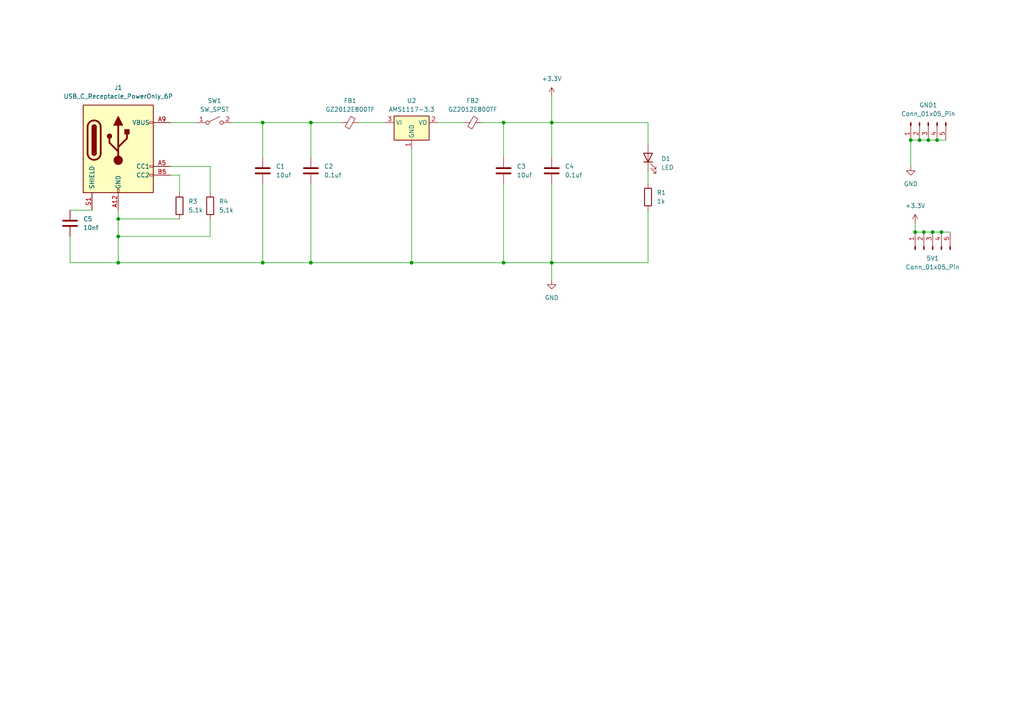
<source format=kicad_sch>
(kicad_sch (version 20231120) (generator "eeschema") (generator_version "8.0")
  (paper "A4")
  (lib_symbols
    (symbol "Connector:Conn_01x05_Pin" (pin_names (offset 1.016) hide)
      (property "Reference" "J" (at 0 7.62 0))
      (property "Value" "Conn_01x05_Pin" (at 0 -7.62 0))
      (symbol "Conn_01x05_Pin_1_1"
        (polyline (pts (xy 1.27 -5.08) (xy 0.8636 -5.08)) (stroke (width 0.1524)))
        (polyline (pts (xy 1.27 -2.54) (xy 0.8636 -2.54)) (stroke (width 0.1524)))
        (polyline (pts (xy 1.27 0) (xy 0.8636 0)) (stroke (width 0.1524)))
        (polyline (pts (xy 1.27 2.54) (xy 0.8636 2.54)) (stroke (width 0.1524)))
        (polyline (pts (xy 1.27 5.08) (xy 0.8636 5.08)) (stroke (width 0.1524)))
        (rectangle (start 0.8636 -4.953) (end 0 -5.207) (stroke (width 0.1524)) (fill (type outline)))
        (rectangle (start 0.8636 -2.413) (end 0 -2.667) (stroke (width 0.1524)) (fill (type outline)))
        (rectangle (start 0.8636 0.127) (end 0 -0.127) (stroke (width 0.1524)) (fill (type outline)))
        (rectangle (start 0.8636 2.667) (end 0 2.413) (stroke (width 0.1524)) (fill (type outline)))
        (rectangle (start 0.8636 5.207) (end 0 4.953) (stroke (width 0.1524)) (fill (type outline)))
        (pin passive line (at 5.08 5.08 180) (length 3.81) (name "Pin_1") (number "1"))
        (pin passive line (at 5.08 2.54 180) (length 3.81) (name "Pin_2") (number "2"))
        (pin passive line (at 5.08 0 180) (length 3.81) (name "Pin_3") (number "3"))
        (pin passive line (at 5.08 -2.54 180) (length 3.81) (name "Pin_4") (number "4"))
        (pin passive line (at 5.08 -5.08 180) (length 3.81) (name "Pin_5") (number "5"))
      )
    )
    (symbol "Connector:USB_C_Receptacle_PowerOnly_6P" (pin_names (offset 1.016))
      (property "Reference" "J" (at 0 16.51 0))
      (property "Value" "USB_C_Receptacle_PowerOnly_6P" (at 0 13.97 0))
      (symbol "USB_C_Receptacle_PowerOnly_6P_0_0"
        (rectangle (start -0.254 -12.7) (end 0.254 -11.684))
        (rectangle (start 10.16 -7.366) (end 9.144 -7.874))
        (rectangle (start 10.16 -4.826) (end 9.144 -5.334))
        (rectangle (start 10.16 7.874) (end 9.144 7.366))
      )
      (symbol "USB_C_Receptacle_PowerOnly_6P_0_1"
        (rectangle (start -10.16 12.7) (end 10.16 -12.7) (stroke (width 0.254)) (fill (type background)))
        (arc (start -8.89 -1.27) (mid -6.985 -3.1667) (end -5.08 -1.27) (stroke (width 0.508)))
        (arc (start -7.62 -1.27) (mid -6.985 -1.9023) (end -6.35 -1.27) (stroke (width 0.254)))
        (arc (start -7.62 -1.27) (mid -6.985 -1.9023) (end -6.35 -1.27) (stroke (width 0.254)) (fill (type outline)))
        (rectangle (start -7.62 -1.27) (end -6.35 6.35) (stroke (width 0.254)) (fill (type outline)))
        (arc (start -6.35 6.35) (mid -6.985 6.9823) (end -7.62 6.35) (stroke (width 0.254)))
        (arc (start -6.35 6.35) (mid -6.985 6.9823) (end -7.62 6.35) (stroke (width 0.254)) (fill (type outline)))
        (arc (start -5.08 6.35) (mid -6.985 8.2467) (end -8.89 6.35) (stroke (width 0.508)))
        (circle (center -2.54 3.683) (radius 0.635) (stroke (width 0.254)) (fill (type outline)))
        (circle (center 0 -3.302) (radius 1.27) (fill (type outline)))
        (polyline (pts (xy -8.89 -1.27) (xy -8.89 6.35)) (stroke (width 0.508)))
        (polyline (pts (xy -5.08 6.35) (xy -5.08 -1.27)) (stroke (width 0.508)))
        (polyline (pts (xy 0 -3.302) (xy 0 6.858)) (stroke (width 0.508)))
        (polyline (pts (xy 0 -0.762) (xy -2.54 1.778) (xy -2.54 3.048)) (stroke (width 0.508)))
        (polyline (pts (xy 0 0.508) (xy 2.54 3.048) (xy 2.54 4.318)) (stroke (width 0.508)))
        (polyline (pts (xy -1.27 6.858) (xy 0 9.398) (xy 1.27 6.858) (xy -1.27 6.858)) (stroke (width 0.254)) (fill (type outline)))
        (rectangle (start 1.905 4.318) (end 3.175 5.588) (stroke (width 0.254)) (fill (type outline)))
      )
      (symbol "USB_C_Receptacle_PowerOnly_6P_1_1"
        (pin passive line (at 0 -17.78 90) (length 5.08) (name "GND") (number "A12"))
        (pin bidirectional line (at 15.24 -5.08 180) (length 5.08) (name "CC1") (number "A5"))
        (pin passive line (at 15.24 7.62 180) (length 5.08) (name "VBUS") (number "A9"))
        (pin passive line (at 0 -17.78 90) (length 5.08) hide (name "GND") (number "B12"))
        (pin bidirectional line (at 15.24 -7.62 180) (length 5.08) (name "CC2") (number "B5"))
        (pin passive line (at 15.24 7.62 180) (length 5.08) hide (name "VBUS") (number "B9"))
        (pin passive line (at -7.62 -17.78 90) (length 5.08) (name "SHIELD") (number "S1"))
      )
    )
    (symbol "Device:C" (pin_numbers hide) (pin_names (offset 0.254))
      (property "Reference" "C" (at 0.635 2.54 0))
      (property "Value" "C" (at 0.635 -2.54 0))
      (symbol "C_0_1"
        (polyline (pts (xy -2.032 -0.762) (xy 2.032 -0.762)) (stroke (width 0.508)))
        (polyline (pts (xy -2.032 0.762) (xy 2.032 0.762)) (stroke (width 0.508)))
      )
      (symbol "C_1_1"
        (pin passive line (at 0 3.81 270) (length 2.794) (name "~") (number "1"))
        (pin passive line (at 0 -3.81 90) (length 2.794) (name "~") (number "2"))
      )
    )
    (symbol "Device:FerriteBead_Small" (pin_numbers hide) (pin_names (offset 0))
      (property "Reference" "FB" (at 1.905 1.27 0))
      (property "Value" "FerriteBead_Small" (at 1.905 -1.27 0))
      (symbol "FerriteBead_Small_0_1"
        (polyline (pts (xy 0 -1.27) (xy 0 -0.7874)))
        (polyline (pts (xy 0 0.889) (xy 0 1.2954)))
        (polyline (pts (xy -1.8288 0.2794) (xy -1.1176 1.4986) (xy 1.8288 -0.2032) (xy 1.1176 -1.4224) (xy -1.8288 0.2794)))
      )
      (symbol "FerriteBead_Small_1_1"
        (pin passive line (at 0 2.54 270) (length 1.27) (name "~") (number "1"))
        (pin passive line (at 0 -2.54 90) (length 1.27) (name "~") (number "2"))
      )
    )
    (symbol "Device:LED" (pin_numbers hide) (pin_names (offset 1.016) hide)
      (property "Reference" "D" (at 0 2.54 0))
      (property "Value" "LED" (at 0 -2.54 0))
      (symbol "LED_0_1"
        (polyline (pts (xy -1.27 -1.27) (xy -1.27 1.27)) (stroke (width 0.254)))
        (polyline (pts (xy -1.27 0) (xy 1.27 0)))
        (polyline (pts (xy 1.27 -1.27) (xy 1.27 1.27) (xy -1.27 0) (xy 1.27 -1.27)) (stroke (width 0.254)))
        (polyline (pts (xy -3.048 -0.762) (xy -4.572 -2.286) (xy -3.81 -2.286) (xy -4.572 -2.286) (xy -4.572 -1.524)))
        (polyline (pts (xy -1.778 -0.762) (xy -3.302 -2.286) (xy -2.54 -2.286) (xy -3.302 -2.286) (xy -3.302 -1.524)))
      )
      (symbol "LED_1_1"
        (pin passive line (at -3.81 0 0) (length 2.54) (name "K") (number "1"))
        (pin passive line (at 3.81 0 180) (length 2.54) (name "A") (number "2"))
      )
    )
    (symbol "Device:R" (pin_numbers hide) (pin_names (offset 0))
      (property "Reference" "R" (at 2.032 0 90))
      (property "Value" "R" (at 0 0 90))
      (symbol "R_0_1"
        (rectangle (start -1.016 -2.54) (end 1.016 2.54) (stroke (width 0.254)))
      )
      (symbol "R_1_1"
        (pin passive line (at 0 3.81 270) (length 1.27) (name "~") (number "1"))
        (pin passive line (at 0 -3.81 90) (length 1.27) (name "~") (number "2"))
      )
    )
    (symbol "Regulator_Linear:AMS1117-3.3"
      (property "Reference" "U" (at -3.81 3.175 0))
      (property "Value" "AMS1117-3.3" (at 0 3.175 0))
      (symbol "AMS1117-3.3_0_1"
        (rectangle (start -5.08 -5.08) (end 5.08 1.905) (stroke (width 0.254)) (fill (type background)))
      )
      (symbol "AMS1117-3.3_1_1"
        (pin power_in line (at 0 -7.62 90) (length 2.54) (name "GND") (number "1"))
        (pin power_out line (at 7.62 0 180) (length 2.54) (name "VO") (number "2"))
        (pin power_in line (at -7.62 0 0) (length 2.54) (name "VI") (number "3"))
      )
    )
    (symbol "Switch:SW_SPST" (pin_names (offset 0) hide)
      (property "Reference" "SW" (at 0 3.175 0))
      (property "Value" "SW_SPST" (at 0 -2.54 0))
      (symbol "SW_SPST_0_0"
        (circle (center -2.032 0) (radius 0.508))
        (polyline (pts (xy -1.524 0.254) (xy 1.524 1.778)))
        (circle (center 2.032 0) (radius 0.508))
      )
      (symbol "SW_SPST_1_1"
        (pin passive line (at -5.08 0 0) (length 2.54) (name "A") (number "1"))
        (pin passive line (at 5.08 0 180) (length 2.54) (name "B") (number "2"))
      )
    )
    (symbol "power:+5V" (power) (pin_numbers hide) (pin_names (offset 0) hide)
      (property "Value" "+5V" (at 0 3.556 0))
      (symbol "+5V_0_1"
        (polyline (pts (xy -0.762 1.27) (xy 0 2.54)))
        (polyline (pts (xy 0 0) (xy 0 2.54)))
        (polyline (pts (xy 0 2.54) (xy 0.762 1.27)))
      )
      (symbol "+5V_1_1"
        (pin power_in line (at 0 0 90) (length 0) (name "~") (number "1"))
      )
    )
    (symbol "power:GND" (power) (pin_numbers hide) (pin_names (offset 0) hide)
      (property "Value" "GND" (at 0 -3.81 0))
      (symbol "GND_0_1"
        (polyline (pts (xy 0 0) (xy 0 -1.27) (xy 1.27 -1.27) (xy 0 -2.54) (xy -1.27 -1.27) (xy 0 -1.27)))
      )
      (symbol "GND_1_1"
        (pin power_in line (at 0 0 270) (length 0) (name "~") (number "1"))
      )
    )
  )
  (junction (at 160.02 35.56))
  (junction (at 76.2 35.56))
  (junction (at 267.97 67.31))
  (junction (at 266.7 40.64))
  (junction (at 265.43 67.31))
  (junction (at 273.05 67.31))
  (junction (at 271.78 40.64))
  (junction (at 146.05 76.2))
  (junction (at 160.02 76.2))
  (junction (at 34.29 68.58))
  (junction (at 76.2 76.2))
  (junction (at 34.29 63.5))
  (junction (at 269.24 40.64))
  (junction (at 34.29 76.2))
  (junction (at 90.17 76.2))
  (junction (at 270.51 67.31))
  (junction (at 119.38 76.2))
  (junction (at 146.05 35.56))
  (junction (at 264.16 40.64))
  (junction (at 90.17 35.56))
  (wire (pts (xy 160.02 81.28) (xy 160.02 76.2)))
  (wire (pts (xy 52.07 50.8) (xy 52.07 55.88)))
  (wire (pts (xy 119.38 76.2) (xy 146.05 76.2)))
  (wire (pts (xy 49.53 48.26) (xy 60.96 48.26)))
  (wire (pts (xy 187.96 53.34) (xy 187.96 49.53)))
  (wire (pts (xy 34.29 68.58) (xy 34.29 63.5)))
  (wire (pts (xy 187.96 41.91) (xy 187.96 35.56)))
  (wire (pts (xy 273.05 67.31) (xy 275.59 67.31)))
  (wire (pts (xy 160.02 45.72) (xy 160.02 35.56)))
  (wire (pts (xy 49.53 50.8) (xy 52.07 50.8)))
  (wire (pts (xy 265.43 67.31) (xy 267.97 67.31)))
  (wire (pts (xy 34.29 63.5) (xy 34.29 60.96)))
  (wire (pts (xy 90.17 76.2) (xy 76.2 76.2)))
  (wire (pts (xy 90.17 35.56) (xy 99.06 35.56)))
  (wire (pts (xy 271.78 40.64) (xy 274.32 40.64)))
  (wire (pts (xy 146.05 53.34) (xy 146.05 76.2)))
  (wire (pts (xy 119.38 76.2) (xy 90.17 76.2)))
  (wire (pts (xy 270.51 67.31) (xy 273.05 67.31)))
  (wire (pts (xy 20.32 60.96) (xy 26.67 60.96)))
  (wire (pts (xy 160.02 35.56) (xy 187.96 35.56)))
  (wire (pts (xy 76.2 45.72) (xy 76.2 35.56)))
  (wire (pts (xy 264.16 40.64) (xy 266.7 40.64)))
  (wire (pts (xy 90.17 35.56) (xy 76.2 35.56)))
  (wire (pts (xy 127 35.56) (xy 134.62 35.56)))
  (wire (pts (xy 76.2 35.56) (xy 67.31 35.56)))
  (wire (pts (xy 264.16 40.64) (xy 264.16 48.26)))
  (wire (pts (xy 90.17 45.72) (xy 90.17 35.56)))
  (wire (pts (xy 265.43 67.31) (xy 265.43 64.77)))
  (wire (pts (xy 187.96 60.96) (xy 187.96 76.2)))
  (wire (pts (xy 146.05 35.56) (xy 160.02 35.56)))
  (wire (pts (xy 160.02 53.34) (xy 160.02 76.2)))
  (wire (pts (xy 269.24 40.64) (xy 271.78 40.64)))
  (wire (pts (xy 119.38 43.18) (xy 119.38 76.2)))
  (wire (pts (xy 160.02 27.94) (xy 160.02 35.56)))
  (wire (pts (xy 34.29 76.2) (xy 34.29 68.58)))
  (wire (pts (xy 52.07 63.5) (xy 34.29 63.5)))
  (wire (pts (xy 60.96 48.26) (xy 60.96 55.88)))
  (wire (pts (xy 76.2 53.34) (xy 76.2 76.2)))
  (wire (pts (xy 139.7 35.56) (xy 146.05 35.56)))
  (wire (pts (xy 76.2 76.2) (xy 34.29 76.2)))
  (wire (pts (xy 90.17 53.34) (xy 90.17 76.2)))
  (wire (pts (xy 267.97 67.31) (xy 270.51 67.31)))
  (wire (pts (xy 20.32 76.2) (xy 34.29 76.2)))
  (wire (pts (xy 187.96 76.2) (xy 160.02 76.2)))
  (wire (pts (xy 160.02 76.2) (xy 146.05 76.2)))
  (wire (pts (xy 104.14 35.56) (xy 111.76 35.56)))
  (wire (pts (xy 60.96 68.58) (xy 34.29 68.58)))
  (wire (pts (xy 20.32 68.58) (xy 20.32 76.2)))
  (wire (pts (xy 146.05 45.72) (xy 146.05 35.56)))
  (wire (pts (xy 266.7 40.64) (xy 269.24 40.64)))
  (wire (pts (xy 60.96 63.5) (xy 60.96 68.58)))
  (wire (pts (xy 57.15 35.56) (xy 49.53 35.56)))
  (symbol (lib_id "Device:FerriteBead_Small") (at 137.16 35.56 90) (unit 1)
    (property "Reference" "FB2" (at 137.1219 29.21 90))
    (property "Value" "GZ2012E800TF" (at 137.1219 31.75 90))
    (property "Footprint" "Capacitor_SMD:C_0805_2012Metric" (effects (hide yes)))
    (property "Description" "Ferrite bead, small symbol" (effects (hide yes)))
  )
  (symbol (lib_id "Device:R") (at 60.96 59.69 0) (unit 1)
    (property "Reference" "R4" (at 63.5 58.4199 0) (effects (justify left)))
    (property "Value" "5.1k" (at 63.5 60.9599 0) (effects (justify left)))
    (property "Footprint" "Resistor_SMD:R_0603_1608Metric" (effects (hide yes)))
    (property "Description" "Resistor" (effects (hide yes)))
  )
  (symbol (lib_id "Connector:Conn_01x05_Pin") (at 270.51 72.39 90) (unit 1) (exclude_from_sim yes)
    (property "Reference" "5V1" (at 270.51 74.93 90))
    (property "Value" "Conn_01x05_Pin" (at 270.51 77.47 90))
    (property "Footprint" "Connector_PinHeader_2.54mm:PinHeader_1x05_P2.54mm_Vertical" (effects (hide yes)))
    (property "Description" "Generic connector, single row, 01x05, script generated" (effects (hide yes)))
  )
  (symbol (lib_id "Device:LED") (at 187.96 45.72 90) (unit 1)
    (property "Reference" "D1" (at 191.77 46.0374 90) (effects (justify right)))
    (property "Value" "LED" (at 191.77 48.5774 90) (effects (justify right)))
    (property "Footprint" "LED_SMD:LED_0603_1608Metric" (effects (hide yes)))
    (property "Description" "Light emitting diode" (effects (hide yes)))
  )
  (symbol (lib_id "Device:FerriteBead_Small") (at 101.6 35.56 90) (unit 1)
    (property "Reference" "FB1" (at 101.5619 29.21 90))
    (property "Value" "GZ2012E800TF" (at 101.5619 31.75 90))
    (property "Footprint" "Capacitor_SMD:C_0805_2012Metric" (effects (hide yes)))
    (property "Description" "Ferrite bead, small symbol" (effects (hide yes)))
  )
  (symbol (lib_id "power:+5V") (at 265.43 64.77 0) (unit 1)
    (property "Reference" "#PWR01" (effects (hide yes)))
    (property "Value" "+3.3V" (at 265.43 59.69 0))
    (property "Description" "Power symbol creates a global label with name \"+5V\"" (effects (hide yes)))
  )
  (symbol (lib_id "power:GND") (at 264.16 48.26 0) (unit 1)
    (property "Reference" "#PWR05" (effects (hide yes)))
    (property "Value" "GND" (at 264.16 53.34 0))
    (property "Description" "Power symbol creates a global label with name \"GND\" , ground" (effects (hide yes)))
  )
  (symbol (lib_id "Regulator_Linear:AMS1117-3.3") (at 119.38 35.56 0) (unit 1)
    (property "Reference" "U2" (at 119.38 29.21 0))
    (property "Value" "AMS1117-3.3" (at 119.38 31.75 0))
    (property "Footprint" "Package_TO_SOT_SMD:SOT-223" (effects (hide yes)))
    (property "Datasheet" "http://www.advanced-monolithic.com/pdf/ds1117.pdf" (effects (hide yes)))
    (property "Description" "1A Low Dropout regulator, positive, 3.3V fixed output, SOT-223" (effects (hide yes)))
  )
  (symbol (lib_id "Device:C") (at 160.02 49.53 0) (unit 1)
    (property "Reference" "C4" (at 163.83 48.2599 0) (effects (justify left)))
    (property "Value" "0.1uf" (at 163.83 50.7999 0) (effects (justify left)))
    (property "Footprint" "Capacitor_SMD:C_0805_2012Metric" (effects (hide yes)))
    (property "Description" "Unpolarized capacitor" (effects (hide yes)))
  )
  (symbol (lib_id "Device:C") (at 76.2 49.53 0) (unit 1)
    (property "Reference" "C1" (at 80.01 48.2599 0) (effects (justify left)))
    (property "Value" "10uf" (at 80.01 50.7999 0) (effects (justify left)))
    (property "Footprint" "Capacitor_SMD:C_0805_2012Metric" (effects (hide yes)))
    (property "Description" "Unpolarized capacitor" (effects (hide yes)))
  )
  (symbol (lib_id "Device:R") (at 52.07 59.69 0) (unit 1)
    (property "Reference" "R3" (at 54.61 58.4199 0) (effects (justify left)))
    (property "Value" "5.1k" (at 54.61 60.9599 0) (effects (justify left)))
    (property "Footprint" "Resistor_SMD:R_0603_1608Metric" (effects (hide yes)))
    (property "Description" "Resistor" (effects (hide yes)))
  )
  (symbol (lib_id "Device:C") (at 146.05 49.53 0) (unit 1)
    (property "Reference" "C3" (at 149.86 48.2599 0) (effects (justify left)))
    (property "Value" "10uf" (at 149.86 50.7999 0) (effects (justify left)))
    (property "Footprint" "Capacitor_SMD:C_0805_2012Metric" (effects (hide yes)))
    (property "Description" "Unpolarized capacitor" (effects (hide yes)))
  )
  (symbol (lib_id "Connector:USB_C_Receptacle_PowerOnly_6P") (at 34.29 43.18 0) (unit 1)
    (property "Reference" "J1" (at 34.29 25.4 0))
    (property "Value" "USB_C_Receptacle_PowerOnly_6P" (at 34.29 27.94 0))
    (property "Footprint" "BreadModular_TypeC:HRO-TYPE-C-31-M-12" (effects (hide yes)))
    (property "Datasheet" "https://www.usb.org/sites/default/files/documents/usb_type-c.zip" (effects (hide yes)))
    (property "Description" "USB Power-Only 6P Type-C Receptacle connector" (effects (hide yes)))
  )
  (symbol (lib_id "Device:C") (at 90.17 49.53 0) (unit 1)
    (property "Reference" "C2" (at 93.98 48.2599 0) (effects (justify left)))
    (property "Value" "0.1uf" (at 93.98 50.7999 0) (effects (justify left)))
    (property "Footprint" "Capacitor_SMD:C_0805_2012Metric" (effects (hide yes)))
    (property "Description" "Unpolarized capacitor" (effects (hide yes)))
  )
  (symbol (lib_id "power:+5V") (at 160.02 27.94 0) (unit 1)
    (property "Reference" "#PWR09" (effects (hide yes)))
    (property "Value" "+3.3V" (at 160.02 22.86 0))
    (property "Description" "Power symbol creates a global label with name \"+5V\"" (effects (hide yes)))
  )
  (symbol (lib_id "Device:R") (at 187.96 57.15 0) (unit 1)
    (property "Reference" "R1" (at 190.5 55.8799 0) (effects (justify left)))
    (property "Value" "1k" (at 190.5 58.4199 0) (effects (justify left)))
    (property "Footprint" "Resistor_SMD:R_0402_1005Metric" (effects (hide yes)))
    (property "Description" "Resistor" (effects (hide yes)))
  )
  (symbol (lib_id "Device:C") (at 20.32 64.77 0) (unit 1)
    (property "Reference" "C5" (at 24.13 63.4999 0) (effects (justify left)))
    (property "Value" "10nf" (at 24.13 66.0399 0) (effects (justify left)))
    (property "Footprint" "Capacitor_SMD:C_0805_2012Metric" (effects (hide yes)))
    (property "Description" "Unpolarized capacitor" (effects (hide yes)))
  )
  (symbol (lib_id "Switch:SW_SPST") (at 62.23 35.56 0) (unit 1)
    (property "Reference" "SW1" (at 62.23 29.21 0))
    (property "Value" "SW_SPST" (at 62.23 31.75 0))
    (property "Footprint" "BreadModular_MISC:SPST_TS-1187A-B-A-B" (effects (hide yes)))
    (property "Description" "Single Pole Single Throw (SPST) switch" (effects (hide yes)))
  )
  (symbol (lib_id "power:GND") (at 160.02 81.28 0) (unit 1)
    (property "Reference" "#PWR08" (effects (hide yes)))
    (property "Value" "GND" (at 160.02 86.36 0))
    (property "Description" "Power symbol creates a global label with name \"GND\" , ground" (effects (hide yes)))
  )
  (symbol (lib_id "Connector:Conn_01x05_Pin") (at 269.24 35.56 90) (mirror x) (unit 1) (exclude_from_sim yes)
    (property "Reference" "GND1" (at 269.24 30.48 90))
    (property "Value" "Conn_01x05_Pin" (at 269.24 33.02 90))
    (property "Footprint" "Connector_PinHeader_2.54mm:PinHeader_1x05_P2.54mm_Vertical" (effects (hide yes)))
    (property "Description" "Generic connector, single row, 01x05, script generated" (effects (hide yes)))
  )
)
</source>
